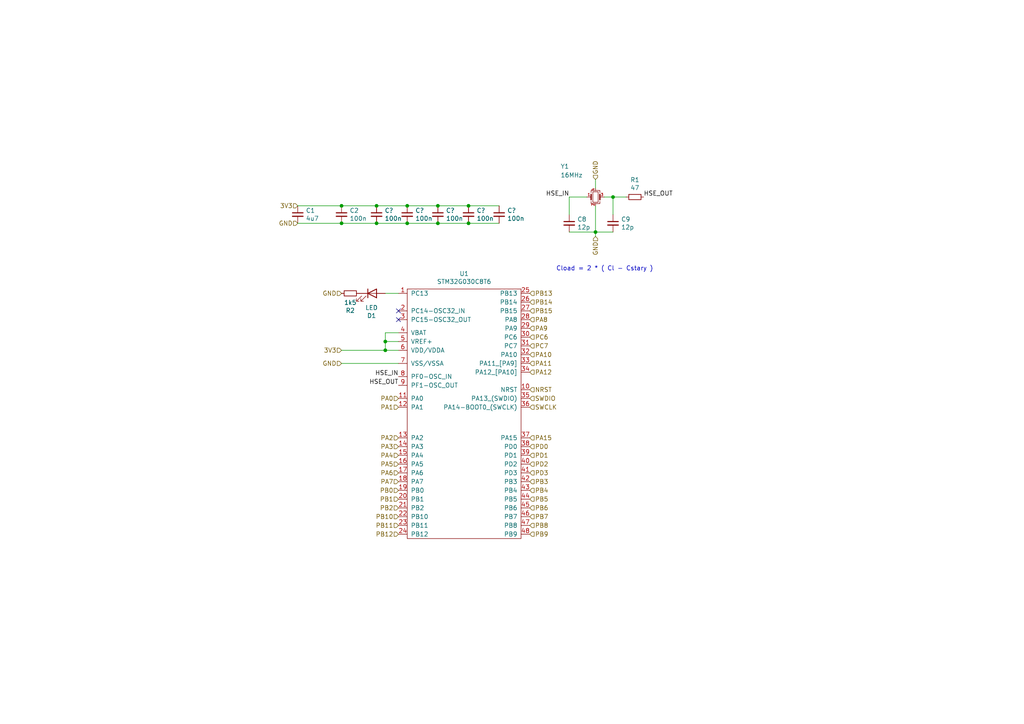
<source format=kicad_sch>
(kicad_sch (version 20231120) (generator "eeschema") (generator_version "8.0")
  (paper "A4")
  (lib_symbols
    (symbol "Device:C_Small" (pin_numbers hide) (pin_names (offset 0.254) hide)
      (property "Reference" "C" (at 0.254 1.778 0))
      (property "Value" "C_Small" (at 0.254 -2.032 0))
      (symbol "C_Small_0_1"
        (polyline (pts (xy -1.524 -0.508) (xy 1.524 -0.508)) (stroke (width 0.3302)))
        (polyline (pts (xy -1.524 0.508) (xy 1.524 0.508)) (stroke (width 0.3048)))
      )
      (symbol "C_Small_1_1"
        (pin passive line (at 0 2.54 270) (length 2.032) (name "~") (number "1"))
        (pin passive line (at 0 -2.54 90) (length 2.032) (name "~") (number "2"))
      )
    )
    (symbol "Device:Crystal_GND24_Small" (pin_names (offset 1.016) hide)
      (property "Reference" "Y" (at 1.27 4.445 0))
      (property "Value" "Crystal_GND24_Small" (at 1.27 2.54 0))
      (symbol "Crystal_GND24_Small_0_1"
        (rectangle (start -0.762 -1.524) (end 0.762 1.524))
        (polyline (pts (xy -1.27 -0.762) (xy -1.27 0.762)) (stroke (width 0.381)))
        (polyline (pts (xy 1.27 -0.762) (xy 1.27 0.762)) (stroke (width 0.381)))
        (polyline (pts (xy -1.27 -1.27) (xy -1.27 -1.905) (xy 1.27 -1.905) (xy 1.27 -1.27)))
        (polyline (pts (xy -1.27 1.27) (xy -1.27 1.905) (xy 1.27 1.905) (xy 1.27 1.27)))
      )
      (symbol "Crystal_GND24_Small_1_1"
        (pin passive line (at -2.54 0 0) (length 1.27) (name "1") (number "1"))
        (pin passive line (at 0 -2.54 90) (length 0.635) (name "2") (number "2"))
        (pin passive line (at 2.54 0 180) (length 1.27) (name "3") (number "3"))
        (pin passive line (at 0 2.54 270) (length 0.635) (name "4") (number "4"))
      )
    )
    (symbol "Device:LED" (pin_numbers hide) (pin_names (offset 1.016) hide)
      (property "Reference" "D" (at 0 2.54 0))
      (property "Value" "LED" (at 0 -2.54 0))
      (symbol "LED_0_1"
        (polyline (pts (xy -1.27 -1.27) (xy -1.27 1.27)) (stroke (width 0.254)))
        (polyline (pts (xy -1.27 0) (xy 1.27 0)))
        (polyline (pts (xy 1.27 -1.27) (xy 1.27 1.27) (xy -1.27 0) (xy 1.27 -1.27)) (stroke (width 0.254)))
        (polyline (pts (xy -3.048 -0.762) (xy -4.572 -2.286) (xy -3.81 -2.286) (xy -4.572 -2.286) (xy -4.572 -1.524)))
        (polyline (pts (xy -1.778 -0.762) (xy -3.302 -2.286) (xy -2.54 -2.286) (xy -3.302 -2.286) (xy -3.302 -1.524)))
      )
      (symbol "LED_1_1"
        (pin passive line (at -3.81 0 0) (length 2.54) (name "K") (number "1"))
        (pin passive line (at 3.81 0 180) (length 2.54) (name "A") (number "2"))
      )
    )
    (symbol "Device:R_Small" (pin_numbers hide) (pin_names (offset 0.254) hide)
      (property "Reference" "R" (at 0.762 0.508 0))
      (property "Value" "R_Small" (at 0.762 -1.016 0))
      (symbol "R_Small_0_1"
        (rectangle (start -0.762 1.778) (end 0.762 -1.778) (stroke (width 0.2032)))
      )
      (symbol "R_Small_1_1"
        (pin passive line (at 0 2.54 270) (length 0.762) (name "~") (number "1"))
        (pin passive line (at 0 -2.54 90) (length 0.762) (name "~") (number "2"))
      )
    )
    (symbol "jantteri-hit-detector-rescue:STM32G030C8T6-JLC_assembled" (pin_names (offset 1.016))
      (property "Reference" "U" (at -3.81 -36.83 0))
      (property "Value" "JLC_assembled_STM32G030C8T6" (at 0 38.1 0))
      (symbol "STM32G030C8T6-JLC_assembled_0_0"
        (pin unspecified line (at -19.05 35.56 0) (length 2.54) (name "PC13") (number "1"))
        (pin unspecified line (at 19.05 7.62 180) (length 2.54) (name "NRST") (number "10"))
        (pin unspecified line (at -19.05 5.08 0) (length 2.54) (name "PA0") (number "11"))
        (pin unspecified line (at -19.05 2.54 0) (length 2.54) (name "PA1") (number "12"))
        (pin unspecified line (at -19.05 -6.35 0) (length 2.54) (name "PA2") (number "13"))
        (pin unspecified line (at -19.05 -8.89 0) (length 2.54) (name "PA3") (number "14"))
        (pin unspecified line (at -19.05 -11.43 0) (length 2.54) (name "PA4") (number "15"))
        (pin unspecified line (at -19.05 -13.97 0) (length 2.54) (name "PA5") (number "16"))
        (pin unspecified line (at -19.05 -16.51 0) (length 2.54) (name "PA6") (number "17"))
        (pin unspecified line (at -19.05 -19.05 0) (length 2.54) (name "PA7") (number "18"))
        (pin unspecified line (at -19.05 -21.59 0) (length 2.54) (name "PB0") (number "19"))
        (pin unspecified line (at -19.05 30.48 0) (length 2.54) (name "PC14-OSC32_IN") (number "2"))
        (pin unspecified line (at -19.05 -24.13 0) (length 2.54) (name "PB1") (number "20"))
        (pin unspecified line (at -19.05 -26.67 0) (length 2.54) (name "PB2") (number "21"))
        (pin unspecified line (at -19.05 -29.21 0) (length 2.54) (name "PB10") (number "22"))
        (pin unspecified line (at -19.05 -31.75 0) (length 2.54) (name "PB11") (number "23"))
        (pin unspecified line (at -19.05 -34.29 0) (length 2.54) (name "PB12") (number "24"))
        (pin unspecified line (at 19.05 35.56 180) (length 2.54) (name "PB13") (number "25"))
        (pin unspecified line (at 19.05 33.02 180) (length 2.54) (name "PB14") (number "26"))
        (pin unspecified line (at 19.05 30.48 180) (length 2.54) (name "PB15") (number "27"))
        (pin unspecified line (at 19.05 27.94 180) (length 2.54) (name "PA8") (number "28"))
        (pin unspecified line (at 19.05 25.4 180) (length 2.54) (name "PA9") (number "29"))
        (pin unspecified line (at -19.05 27.94 0) (length 2.54) (name "PC15-OSC32_OUT") (number "3"))
        (pin unspecified line (at 19.05 22.86 180) (length 2.54) (name "PC6") (number "30"))
        (pin unspecified line (at 19.05 20.32 180) (length 2.54) (name "PC7") (number "31"))
        (pin unspecified line (at 19.05 17.78 180) (length 2.54) (name "PA10") (number "32"))
        (pin unspecified line (at 19.05 15.24 180) (length 2.54) (name "PA11_[PA9]") (number "33"))
        (pin unspecified line (at 19.05 12.7 180) (length 2.54) (name "PA12_[PA10]") (number "34"))
        (pin unspecified line (at 19.05 5.08 180) (length 2.54) (name "PA13_(SWDIO)") (number "35"))
        (pin unspecified line (at 19.05 2.54 180) (length 2.54) (name "PA14-BOOT0_(SWCLK)") (number "36"))
        (pin unspecified line (at 19.05 -6.35 180) (length 2.54) (name "PA15") (number "37"))
        (pin unspecified line (at 19.05 -8.89 180) (length 2.54) (name "PD0") (number "38"))
        (pin unspecified line (at 19.05 -11.43 180) (length 2.54) (name "PD1") (number "39"))
        (pin unspecified line (at -19.05 24.13 0) (length 2.54) (name "VBAT") (number "4"))
        (pin unspecified line (at 19.05 -13.97 180) (length 2.54) (name "PD2") (number "40"))
        (pin unspecified line (at 19.05 -16.51 180) (length 2.54) (name "PD3") (number "41"))
        (pin unspecified line (at 19.05 -19.05 180) (length 2.54) (name "PB3") (number "42"))
        (pin unspecified line (at 19.05 -21.59 180) (length 2.54) (name "PB4") (number "43"))
        (pin unspecified line (at 19.05 -24.13 180) (length 2.54) (name "PB5") (number "44"))
        (pin unspecified line (at 19.05 -26.67 180) (length 2.54) (name "PB6") (number "45"))
        (pin unspecified line (at 19.05 -29.21 180) (length 2.54) (name "PB7") (number "46"))
        (pin unspecified line (at 19.05 -31.75 180) (length 2.54) (name "PB8") (number "47"))
        (pin unspecified line (at 19.05 -34.29 180) (length 2.54) (name "PB9") (number "48"))
        (pin unspecified line (at -19.05 21.59 0) (length 2.54) (name "VREF+") (number "5"))
        (pin unspecified line (at -19.05 19.05 0) (length 2.54) (name "VDD/VDDA") (number "6"))
        (pin unspecified line (at -19.05 15.24 0) (length 2.54) (name "VSS/VSSA") (number "7"))
        (pin unspecified line (at -19.05 11.43 0) (length 2.54) (name "PF0-OSC_IN") (number "8"))
        (pin unspecified line (at -19.05 8.89 0) (length 2.54) (name "PF1-OSC_OUT") (number "9"))
      )
      (symbol "STM32G030C8T6-JLC_assembled_0_1"
        (rectangle (start 16.51 -35.56) (end -16.51 36.83))
      )
    )
  )
  (junction (at 135.89 64.77))
  (junction (at 177.8 57.15))
  (junction (at 99.06 59.69))
  (junction (at 99.06 64.77))
  (junction (at 111.76 99.06))
  (junction (at 127 59.69))
  (junction (at 118.11 64.77))
  (junction (at 135.89 59.69))
  (junction (at 111.76 101.6))
  (junction (at 172.72 67.31))
  (junction (at 118.11 59.69))
  (junction (at 109.22 64.77))
  (junction (at 109.22 59.69))
  (junction (at 127 64.77))
  (no_connect (at 115.57 92.71))
  (no_connect (at 115.57 90.17))
  (wire (pts (xy 135.89 64.77) (xy 127 64.77)))
  (wire (pts (xy 135.89 59.69) (xy 127 59.69)))
  (wire (pts (xy 115.57 85.09) (xy 111.76 85.09)))
  (wire (pts (xy 165.1 67.31) (xy 172.72 67.31)))
  (wire (pts (xy 177.8 57.15) (xy 177.8 62.23)))
  (wire (pts (xy 165.1 57.15) (xy 170.18 57.15)))
  (wire (pts (xy 111.76 96.52) (xy 111.76 99.06)))
  (wire (pts (xy 127 59.69) (xy 118.11 59.69)))
  (wire (pts (xy 111.76 99.06) (xy 111.76 101.6)))
  (wire (pts (xy 172.72 54.61) (xy 172.72 52.07)))
  (wire (pts (xy 165.1 62.23) (xy 165.1 57.15)))
  (wire (pts (xy 175.26 57.15) (xy 177.8 57.15)))
  (wire (pts (xy 111.76 101.6) (xy 99.06 101.6)))
  (wire (pts (xy 144.78 59.69) (xy 135.89 59.69)))
  (wire (pts (xy 144.78 64.77) (xy 135.89 64.77)))
  (wire (pts (xy 127 64.77) (xy 118.11 64.77)))
  (wire (pts (xy 115.57 99.06) (xy 111.76 99.06)))
  (wire (pts (xy 172.72 67.31) (xy 172.72 68.58)))
  (wire (pts (xy 99.06 59.69) (xy 109.22 59.69)))
  (wire (pts (xy 109.22 59.69) (xy 118.11 59.69)))
  (wire (pts (xy 115.57 96.52) (xy 111.76 96.52)))
  (wire (pts (xy 109.22 64.77) (xy 99.06 64.77)))
  (wire (pts (xy 172.72 59.69) (xy 172.72 67.31)))
  (wire (pts (xy 109.22 64.77) (xy 118.11 64.77)))
  (wire (pts (xy 177.8 57.15) (xy 181.61 57.15)))
  (wire (pts (xy 172.72 67.31) (xy 177.8 67.31)))
  (wire (pts (xy 86.36 64.77) (xy 99.06 64.77)))
  (wire (pts (xy 99.06 105.41) (xy 115.57 105.41)))
  (wire (pts (xy 115.57 101.6) (xy 111.76 101.6)))
  (wire (pts (xy 86.36 59.69) (xy 99.06 59.69)))
  (text "Cload = 2 * ( Cl - Cstary )" (at 161.29 78.74 0) (effects (font (size 1.27 1.27)) (justify left bottom)))
  (label "HSE_IN" (at 115.57 109.22 180))
  (label "HSE_OUT" (at 186.69 57.15 0))
  (label "HSE_OUT" (at 115.57 111.76 180))
  (label "HSE_IN" (at 165.1 57.15 180))
  (hierarchical_label "PB0" (shape input) (at 115.57 142.24 180))
  (hierarchical_label "PA10" (shape input) (at 153.67 102.87 0))
  (hierarchical_label "PA4" (shape input) (at 115.57 132.08 180))
  (hierarchical_label "PA11" (shape input) (at 153.67 105.41 0))
  (hierarchical_label "GND" (shape input) (at 172.72 52.07 90))
  (hierarchical_label "SWCLK" (shape input) (at 153.67 118.11 0))
  (hierarchical_label "PB11" (shape input) (at 115.57 152.4 180))
  (hierarchical_label "PB14" (shape input) (at 153.67 87.63 0))
  (hierarchical_label "PA8" (shape input) (at 153.67 92.71 0))
  (hierarchical_label "PB2" (shape input) (at 115.57 147.32 180))
  (hierarchical_label "PB4" (shape input) (at 153.67 142.24 0))
  (hierarchical_label "PB10" (shape input) (at 115.57 149.86 180))
  (hierarchical_label "PB9" (shape input) (at 153.67 154.94 0))
  (hierarchical_label "PB7" (shape input) (at 153.67 149.86 0))
  (hierarchical_label "GND" (shape input) (at 172.72 68.58 270))
  (hierarchical_label "PC7" (shape input) (at 153.67 100.33 0))
  (hierarchical_label "GND" (shape input) (at 99.06 85.09 180))
  (hierarchical_label "3V3" (shape input) (at 86.36 59.69 180))
  (hierarchical_label "PA3" (shape input) (at 115.57 129.54 180))
  (hierarchical_label "PA1" (shape input) (at 115.57 118.11 180))
  (hierarchical_label "PD1" (shape input) (at 153.67 132.08 0))
  (hierarchical_label "PB12" (shape input) (at 115.57 154.94 180))
  (hierarchical_label "PA7" (shape input) (at 115.57 139.7 180))
  (hierarchical_label "PA15" (shape input) (at 153.67 127 0))
  (hierarchical_label "PC6" (shape input) (at 153.67 97.79 0))
  (hierarchical_label "PA2" (shape input) (at 115.57 127 180))
  (hierarchical_label "PB8" (shape input) (at 153.67 152.4 0))
  (hierarchical_label "PA6" (shape input) (at 115.57 137.16 180))
  (hierarchical_label "PA9" (shape input) (at 153.67 95.25 0))
  (hierarchical_label "NRST" (shape input) (at 153.67 113.03 0))
  (hierarchical_label "PB1" (shape input) (at 115.57 144.78 180))
  (hierarchical_label "SWDIO" (shape input) (at 153.67 115.57 0))
  (hierarchical_label "GND" (shape input) (at 86.36 64.77 180))
  (hierarchical_label "PD3" (shape input) (at 153.67 137.16 0))
  (hierarchical_label "PA12" (shape input) (at 153.67 107.95 0))
  (hierarchical_label "PB3" (shape input) (at 153.67 139.7 0))
  (hierarchical_label "GND" (shape input) (at 99.06 105.41 180))
  (hierarchical_label "PB6" (shape input) (at 153.67 147.32 0))
  (hierarchical_label "PB13" (shape input) (at 153.67 85.09 0))
  (hierarchical_label "PA5" (shape input) (at 115.57 134.62 180))
  (hierarchical_label "PD0" (shape input) (at 153.67 129.54 0))
  (hierarchical_label "3V3" (shape input) (at 99.06 101.6 180))
  (hierarchical_label "PD2" (shape input) (at 153.67 134.62 0))
  (hierarchical_label "PB5" (shape input) (at 153.67 144.78 0))
  (hierarchical_label "PA0" (shape input) (at 115.57 115.57 180))
  (hierarchical_label "PB15" (shape input) (at 153.67 90.17 0))
  (symbol (lib_id "Device:R_Small") (at 184.15 57.15 270) (unit 1)
    (property "Reference" "R1" (at 184.15 52.1716 90))
    (property "Value" "47" (at 184.15 54.483 90))
    (property "Footprint" "Resistor_SMD:R_0402_1005Metric" (effects (hide yes)))
    (property "LCSC" "C25118" (effects (hide yes)))
  )
  (symbol (lib_id "Device:C_Small") (at 177.8 64.77 0) (unit 1)
    (property "Reference" "C9" (at 180.1368 63.6016 0) (effects (justify left)))
    (property "Value" "12p" (at 180.1368 65.913 0) (effects (justify left)))
    (property "Footprint" "Capacitor_SMD:C_0402_1005Metric" (effects (hide yes)))
    (property "LCSC" "C1547" (effects (hide yes)))
  )
  (symbol (lib_id "Device:C_Small") (at 165.1 64.77 0) (unit 1)
    (property "Reference" "C8" (at 167.4368 63.6016 0) (effects (justify left)))
    (property "Value" "12p" (at 167.4368 65.913 0) (effects (justify left)))
    (property "Footprint" "Capacitor_SMD:C_0402_1005Metric" (effects (hide yes)))
    (property "LCSC" "C1547" (effects (hide yes)))
  )
  (symbol (lib_id "Device:Crystal_GND24_Small") (at 172.72 57.15 0) (unit 1)
    (property "Reference" "Y1" (at 162.56 48.26 0) (effects (justify left)))
    (property "Value" "16MHz" (at 162.56 50.8 0) (effects (justify left)))
    (property "Footprint" "Crystal:Crystal_SMD_3225-4Pin_3.2x2.5mm" (effects (hide yes)))
    (property "LCSC" "C13738" (effects (hide yes)))
  )
  (symbol (lib_id "Device:LED") (at 107.95 85.09 0) (unit 1)
    (property "Reference" "D1" (at 107.7722 91.567 0))
    (property "Value" "LED" (at 107.7722 89.2556 0))
    (property "Footprint" "LED_SMD:LED_0603_1608Metric" (effects (hide yes)))
    (property "LCSC" "C2286" (effects (hide yes)))
  )
  (symbol (lib_id "Device:R_Small") (at 101.6 85.09 90) (unit 1)
    (property "Reference" "R2" (at 101.6 90.0684 90))
    (property "Value" "1k5" (at 101.6 87.757 90))
    (property "Footprint" "Resistor_SMD:R_0402_1005Metric" (effects (hide yes)))
    (property "LCSC" "C25867" (effects (hide yes)))
  )
  (symbol (lib_id "Device:C_Small") (at 86.36 62.23 0) (unit 1)
    (property "Reference" "C1" (at 88.6968 61.0616 0) (effects (justify left)))
    (property "Value" "4u7" (at 88.6968 63.373 0) (effects (justify left)))
    (property "Footprint" "Capacitor_SMD:C_1206_3216Metric" (effects (hide yes)))
    (property "LCSC" "C29823" (effects (hide yes)))
  )
  (symbol (lib_id "Device:C_Small") (at 99.06 62.23 0) (unit 1)
    (property "Reference" "C2" (at 101.3968 61.0616 0) (effects (justify left)))
    (property "Value" "100n" (at 101.3968 63.373 0) (effects (justify left)))
    (property "Footprint" "Capacitor_SMD:C_0603_1608Metric" (effects (hide yes)))
    (property "LCSC" "C14663" (effects (hide yes)))
  )
  (symbol (lib_id "Device:C_Small") (at 109.22 62.23 0) (unit 1)
    (property "Reference" "C?" (at 111.5568 61.0616 0) (effects (justify left)))
    (property "Value" "100n" (at 111.5568 63.373 0) (effects (justify left)))
    (property "Footprint" "Capacitor_SMD:C_0603_1608Metric" (effects (hide yes)))
    (property "LCSC" "C14663" (effects (hide yes)))
    (instances (project "jantteri-hit-detector" (path "" (reference "C?") (unit 1)) (path "" (reference "C3") (unit 1))))
  )
  (symbol (lib_id "Device:C_Small") (at 118.11 62.23 0) (unit 1)
    (property "Reference" "C?" (at 120.4468 61.0616 0) (effects (justify left)))
    (property "Value" "100n" (at 120.4468 63.373 0) (effects (justify left)))
    (property "Footprint" "Capacitor_SMD:C_0603_1608Metric" (effects (hide yes)))
    (property "LCSC" "C14663" (effects (hide yes)))
    (instances (project "jantteri-hit-detector" (path "" (reference "C?") (unit 1)) (path "" (reference "C4") (unit 1))))
  )
  (symbol (lib_id "Device:C_Small") (at 127 62.23 0) (unit 1)
    (property "Reference" "C?" (at 129.3368 61.0616 0) (effects (justify left)))
    (property "Value" "100n" (at 129.3368 63.373 0) (effects (justify left)))
    (property "Footprint" "Capacitor_SMD:C_0603_1608Metric" (effects (hide yes)))
    (property "LCSC" "C14663" (effects (hide yes)))
    (instances (project "jantteri-hit-detector" (path "" (reference "C?") (unit 1)) (path "" (reference "C5") (unit 1))))
  )
  (symbol (lib_id "Device:C_Small") (at 135.89 62.23 0) (unit 1)
    (property "Reference" "C?" (at 138.2268 61.0616 0) (effects (justify left)))
    (property "Value" "100n" (at 138.2268 63.373 0) (effects (justify left)))
    (property "Footprint" "Capacitor_SMD:C_0603_1608Metric" (effects (hide yes)))
    (property "LCSC" "C14663" (effects (hide yes)))
    (instances (project "jantteri-hit-detector" (path "" (reference "C?") (unit 1)) (path "" (reference "C6") (unit 1))))
  )
  (symbol (lib_id "Device:C_Small") (at 144.78 62.23 0) (unit 1)
    (property "Reference" "C?" (at 147.1168 61.0616 0) (effects (justify left)))
    (property "Value" "100n" (at 147.1168 63.373 0) (effects (justify left)))
    (property "Footprint" "Capacitor_SMD:C_0603_1608Metric" (effects (hide yes)))
    (property "LCSC" "C14663" (effects (hide yes)))
    (instances (project "jantteri-hit-detector" (path "" (reference "C?") (unit 1)) (path "" (reference "C7") (unit 1))))
  )
  (symbol (lib_id "jantteri-hit-detector-rescue:STM32G030C8T6-JLC_assembled") (at 134.62 120.65 0) (unit 1)
    (property "Reference" "U1" (at 134.62 79.375 0))
    (property "Value" "STM32G030C8T6" (at 134.62 81.6864 0))
    (property "Footprint" "Package_QFP:LQFP-48_7x7mm_P0.5mm" (effects (hide yes)))
    (property "LCSC" "C529329" (effects (hide yes)))
  )
)
</source>
